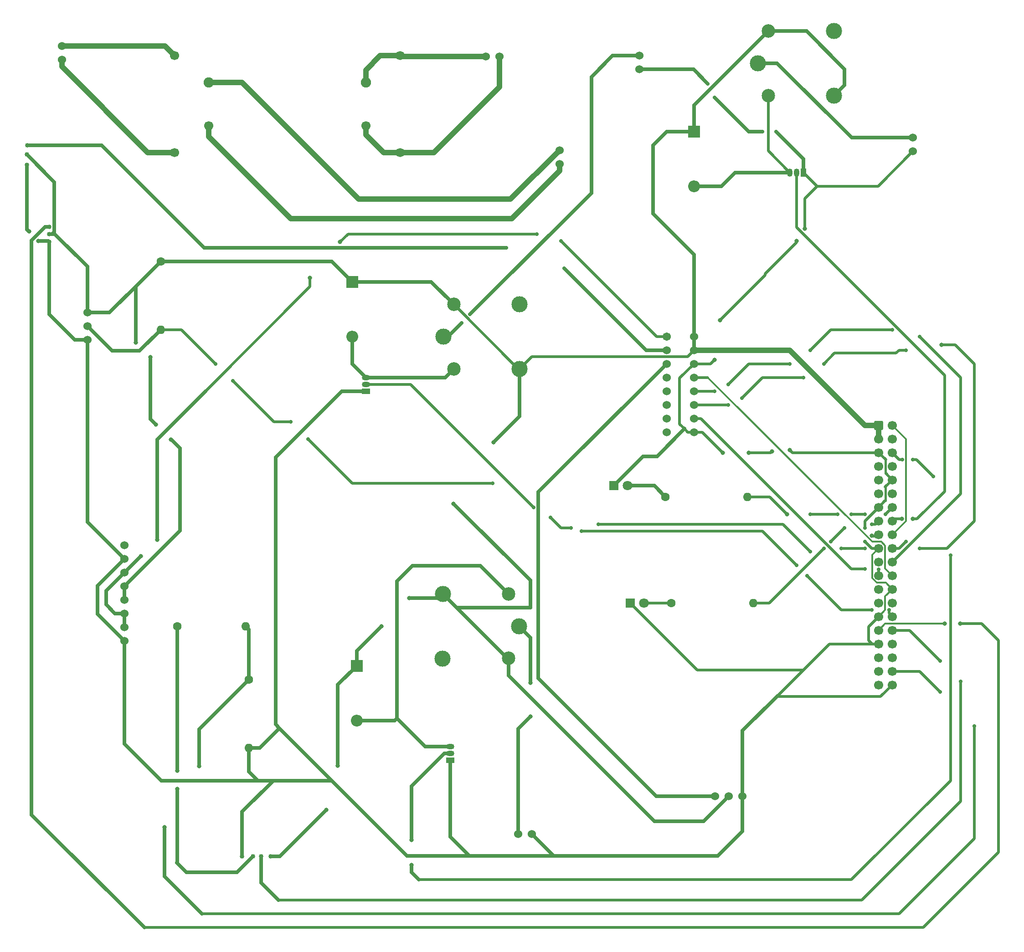
<source format=gbr>
%TF.GenerationSoftware,KiCad,Pcbnew,(6.0.2)*%
%TF.CreationDate,2023-04-19T16:32:00+03:00*%
%TF.ProjectId,Pond_circuit,506f6e64-5f63-4697-9263-7569742e6b69,rev?*%
%TF.SameCoordinates,Original*%
%TF.FileFunction,Copper,L1,Top*%
%TF.FilePolarity,Positive*%
%FSLAX46Y46*%
G04 Gerber Fmt 4.6, Leading zero omitted, Abs format (unit mm)*
G04 Created by KiCad (PCBNEW (6.0.2)) date 2023-04-19 16:32:00*
%MOMM*%
%LPD*%
G01*
G04 APERTURE LIST*
G04 Aperture macros list*
%AMRoundRect*
0 Rectangle with rounded corners*
0 $1 Rounding radius*
0 $2 $3 $4 $5 $6 $7 $8 $9 X,Y pos of 4 corners*
0 Add a 4 corners polygon primitive as box body*
4,1,4,$2,$3,$4,$5,$6,$7,$8,$9,$2,$3,0*
0 Add four circle primitives for the rounded corners*
1,1,$1+$1,$2,$3*
1,1,$1+$1,$4,$5*
1,1,$1+$1,$6,$7*
1,1,$1+$1,$8,$9*
0 Add four rect primitives between the rounded corners*
20,1,$1+$1,$2,$3,$4,$5,0*
20,1,$1+$1,$4,$5,$6,$7,0*
20,1,$1+$1,$6,$7,$8,$9,0*
20,1,$1+$1,$8,$9,$2,$3,0*%
G04 Aperture macros list end*
%TA.AperFunction,ComponentPad*%
%ADD10C,1.524000*%
%TD*%
%TA.AperFunction,ComponentPad*%
%ADD11C,1.900000*%
%TD*%
%TA.AperFunction,ComponentPad*%
%ADD12C,1.700000*%
%TD*%
%TA.AperFunction,ComponentPad*%
%ADD13C,3.000000*%
%TD*%
%TA.AperFunction,ComponentPad*%
%ADD14C,2.500000*%
%TD*%
%TA.AperFunction,ComponentPad*%
%ADD15C,1.600000*%
%TD*%
%TA.AperFunction,ComponentPad*%
%ADD16O,1.600000X1.600000*%
%TD*%
%TA.AperFunction,ComponentPad*%
%ADD17R,1.500000X1.050000*%
%TD*%
%TA.AperFunction,ComponentPad*%
%ADD18O,1.500000X1.050000*%
%TD*%
%TA.AperFunction,ComponentPad*%
%ADD19R,1.800000X1.800000*%
%TD*%
%TA.AperFunction,ComponentPad*%
%ADD20C,1.800000*%
%TD*%
%TA.AperFunction,ComponentPad*%
%ADD21RoundRect,0.250000X-0.600000X-0.600000X0.600000X-0.600000X0.600000X0.600000X-0.600000X0.600000X0*%
%TD*%
%TA.AperFunction,ComponentPad*%
%ADD22C,1.546000*%
%TD*%
%TA.AperFunction,ComponentPad*%
%ADD23C,0.850000*%
%TD*%
%TA.AperFunction,ComponentPad*%
%ADD24O,0.850000X0.850000*%
%TD*%
%TA.AperFunction,ComponentPad*%
%ADD25R,2.200000X2.200000*%
%TD*%
%TA.AperFunction,ComponentPad*%
%ADD26O,2.200000X2.200000*%
%TD*%
%TA.AperFunction,ComponentPad*%
%ADD27R,1.050000X1.500000*%
%TD*%
%TA.AperFunction,ComponentPad*%
%ADD28O,1.050000X1.500000*%
%TD*%
%TA.AperFunction,ViaPad*%
%ADD29C,0.800000*%
%TD*%
%TA.AperFunction,ViaPad*%
%ADD30C,0.700000*%
%TD*%
%TA.AperFunction,Conductor*%
%ADD31C,0.700000*%
%TD*%
%TA.AperFunction,Conductor*%
%ADD32C,0.500000*%
%TD*%
%TA.AperFunction,Conductor*%
%ADD33C,1.000000*%
%TD*%
%TA.AperFunction,Conductor*%
%ADD34C,0.300000*%
%TD*%
%TA.AperFunction,Conductor*%
%ADD35C,0.400000*%
%TD*%
G04 APERTURE END LIST*
D10*
%TO.P,J14,1,Pin_1*%
%TO.N,Net-(U2-Pad1)*%
X198501000Y-44119800D03*
%TO.P,J14,2,Pin_2*%
%TO.N,Net-(J14-Pad2)*%
X198501000Y-46659800D03*
%TD*%
D11*
%TO.P,U3,1,Vin_Pos*%
%TO.N,Net-(J9-Pad1)*%
X162560000Y-31560000D03*
D12*
%TO.P,U3,2,Vout_neg*%
%TO.N,Net-(J9-Pad2)*%
X162560000Y-39560000D03*
%TD*%
D13*
%TO.P,K1,1*%
%TO.N,Net-(J8-Pad1)*%
X190973600Y-132638800D03*
D14*
%TO.P,K1,2*%
%TO.N,Net-(D1-Pad2)*%
X189023600Y-126588800D03*
D13*
%TO.P,K1,3*%
%TO.N,+5V*%
X176823600Y-126588800D03*
%TO.P,K1,4*%
%TO.N,unconnected-(K1-Pad4)*%
X176773600Y-138638800D03*
D14*
%TO.P,K1,5*%
%TO.N,+5V*%
X189023600Y-138588800D03*
%TD*%
D15*
%TO.P,R3,1*%
%TO.N,GPIO26*%
X140817600Y-142494000D03*
D16*
%TO.P,R3,2*%
%TO.N,GND*%
X140817600Y-155194000D03*
%TD*%
D17*
%TO.P,Q2,1,E*%
%TO.N,GND*%
X162560000Y-88900000D03*
D18*
%TO.P,Q2,2,B*%
%TO.N,GPIO05*%
X162560000Y-87630000D03*
%TO.P,Q2,3,C*%
%TO.N,Net-(D4-Pad2)*%
X162560000Y-86360000D03*
%TD*%
D10*
%TO.P,J5,1,Pin_1*%
%TO.N,+5V*%
X110794800Y-74320400D03*
%TO.P,J5,2,Pin_2*%
%TO.N,GPIO24*%
X110794800Y-76860400D03*
%TO.P,J5,3,Pin_3*%
%TO.N,GND*%
X110794800Y-79400400D03*
%TD*%
D12*
%TO.P,U1,1,pos_in*%
%TO.N,Net-(J7-Pad2)*%
X127000000Y-44560000D03*
%TO.P,U1,2,po_neg*%
%TO.N,Net-(J7-Pad1)*%
X127000000Y-26560000D03*
%TD*%
D17*
%TO.P,Q1,1,E*%
%TO.N,GND*%
X178210800Y-157530800D03*
D18*
%TO.P,Q1,2,B*%
%TO.N,GPIO3(SDL1)*%
X178210800Y-156260800D03*
%TO.P,Q1,3,C*%
%TO.N,Net-(D1-Pad2)*%
X178210800Y-154990800D03*
%TD*%
D11*
%TO.P,U2,1,Vin_Pos*%
%TO.N,Net-(U2-Pad1)*%
X133350000Y-31560000D03*
D12*
%TO.P,U2,2,Vout_neg*%
%TO.N,Net-(J14-Pad2)*%
X133350000Y-39560000D03*
%TD*%
D19*
%TO.P,D3,1,K*%
%TO.N,GND*%
X211678600Y-128270000D03*
D20*
%TO.P,D3,2,A*%
%TO.N,Net-(D3-Pad2)*%
X214218600Y-128270000D03*
%TD*%
D12*
%TO.P,U4,1,pos_in*%
%TO.N,Net-(J9-Pad1)*%
X168910000Y-26560000D03*
%TO.P,U4,2,po_neg*%
%TO.N,Net-(J9-Pad2)*%
X168910000Y-44560000D03*
%TD*%
D21*
%TO.P,J12,1,Pin_1*%
%TO.N,+5V*%
X257810000Y-95250000D03*
D12*
%TO.P,J12,2,Pin_2*%
%TO.N,+3V3*%
X260350000Y-95250000D03*
%TO.P,J12,3,Pin_3*%
%TO.N,+5V*%
X257810000Y-97790000D03*
%TO.P,J12,4,Pin_4*%
%TO.N,unconnected-(J12-Pad4)*%
X260350000Y-97790000D03*
%TO.P,J12,5,Pin_5*%
%TO.N,GND*%
X257810000Y-100330000D03*
%TO.P,J12,6,Pin_6*%
%TO.N,GPIO3(SDL1)*%
X260350000Y-100330000D03*
%TO.P,J12,7,Pin_7*%
%TO.N,unconnected-(J12-Pad7)*%
X257810000Y-102870000D03*
%TO.P,J12,8,Pin_8*%
%TO.N,unconnected-(J12-Pad8)*%
X260350000Y-102870000D03*
%TO.P,J12,9,Pin_9*%
%TO.N,unconnected-(J12-Pad9)*%
X257810000Y-105410000D03*
%TO.P,J12,10,Pin_10*%
%TO.N,GND*%
X260350000Y-105410000D03*
%TO.P,J12,11,Pin_11*%
%TO.N,unconnected-(J12-Pad11)*%
X257810000Y-107950000D03*
%TO.P,J12,12,Pin_12*%
%TO.N,unconnected-(J12-Pad12)*%
X260350000Y-107950000D03*
%TO.P,J12,13,Pin_13*%
%TO.N,GND*%
X257810000Y-110490000D03*
%TO.P,J12,14,Pin_14*%
%TO.N,GPIO27*%
X260350000Y-110490000D03*
%TO.P,J12,15,Pin_15*%
%TO.N,GPIO23*%
X257810000Y-113030000D03*
%TO.P,J12,16,Pin_16*%
%TO.N,GPIO22*%
X260350000Y-113030000D03*
%TO.P,J12,17,Pin_17*%
%TO.N,GPIO24*%
X257810000Y-115570000D03*
%TO.P,J12,18,Pin_18*%
%TO.N,+3V3*%
X260350000Y-115570000D03*
%TO.P,J12,19,Pin_19*%
%TO.N,GND*%
X257810000Y-118110000D03*
%TO.P,J12,20,Pin_20*%
%TO.N,GPIO10(SPI0_MOSI)*%
X260350000Y-118110000D03*
%TO.P,J12,21,Pin_21*%
%TO.N,unconnected-(J12-Pad21)*%
X257810000Y-120650000D03*
%TO.P,J12,22,Pin_22*%
%TO.N,GPIO9(SPI0_MISO)*%
X260350000Y-120650000D03*
%TO.P,J12,23,Pin_23*%
%TO.N,GPIO08(SPI0_CE0_N)*%
X257810000Y-123190000D03*
%TO.P,J12,24,Pin_24*%
%TO.N,GPIO11(SPI0_CLK)*%
X260350000Y-123190000D03*
%TO.P,J12,25,Pin_25*%
%TO.N,unconnected-(J12-Pad25)*%
X257810000Y-125730000D03*
%TO.P,J12,26,Pin_26*%
%TO.N,GND*%
X260350000Y-125730000D03*
%TO.P,J12,27,Pin_27*%
%TO.N,unconnected-(J12-Pad27)*%
X257810000Y-128270000D03*
%TO.P,J12,28,Pin_28*%
%TO.N,unconnected-(J12-Pad28)*%
X260350000Y-128270000D03*
%TO.P,J12,29,Pin_29*%
%TO.N,GND*%
X257810000Y-130810000D03*
%TO.P,J12,30,Pin_30*%
%TO.N,GPIO05*%
X260350000Y-130810000D03*
%TO.P,J12,31,Pin_31*%
%TO.N,GPIO12(PWM0)*%
X257810000Y-133350000D03*
%TO.P,J12,32,Pin_32*%
%TO.N,GPIO06*%
X260350000Y-133350000D03*
%TO.P,J12,33,Pin_33*%
%TO.N,GND*%
X257810000Y-135890000D03*
%TO.P,J12,34,Pin_34*%
%TO.N,unconnected-(J12-Pad34)*%
X260350000Y-135890000D03*
%TO.P,J12,35,Pin_35*%
%TO.N,unconnected-(J12-Pad35)*%
X257810000Y-138430000D03*
%TO.P,J12,36,Pin_36*%
%TO.N,unconnected-(J12-Pad36)*%
X260350000Y-138430000D03*
%TO.P,J12,37,Pin_37*%
%TO.N,unconnected-(J12-Pad37)*%
X257810000Y-140970000D03*
%TO.P,J12,38,Pin_38*%
%TO.N,GPIO26*%
X260350000Y-140970000D03*
%TO.P,J12,39,Pin_39*%
%TO.N,unconnected-(J12-Pad39)*%
X257810000Y-143510000D03*
%TO.P,J12,40,Pin_40*%
%TO.N,GND*%
X260350000Y-143510000D03*
%TD*%
D15*
%TO.P,R5,1*%
%TO.N,Net-(D3-Pad2)*%
X219303600Y-128320800D03*
D16*
%TO.P,R5,2*%
%TO.N,GPIO23*%
X234543600Y-128320800D03*
%TD*%
D10*
%TO.P,J11,1,Pin_1*%
%TO.N,TDS_MOTORPIN*%
X213360000Y-26575000D03*
%TO.P,J11,2,Pin_2*%
%TO.N,GND*%
X213360000Y-29115000D03*
%TD*%
D15*
%TO.P,R1,1*%
%TO.N,+5V*%
X124460000Y-64770000D03*
D16*
%TO.P,R1,2*%
%TO.N,GPIO24*%
X124460000Y-77470000D03*
%TD*%
D10*
%TO.P,J10,1,Pin_1*%
%TO.N,VALUE_PH*%
X227431600Y-164185600D03*
%TO.P,J10,2,Pin_2*%
%TO.N,+5V*%
X229971600Y-164185600D03*
%TO.P,J10,3,Pin_3*%
%TO.N,GND*%
X232511600Y-164185600D03*
%TD*%
D14*
%TO.P,K3,5*%
%TO.N,+5V*%
X237290000Y-21990000D03*
D13*
%TO.P,K3,4*%
%TO.N,unconnected-(K3-Pad4)*%
X249540000Y-21940000D03*
%TO.P,K3,3*%
%TO.N,+5V*%
X249490000Y-33990000D03*
D14*
%TO.P,K3,2*%
%TO.N,Net-(D5-Pad2)*%
X237290000Y-33990000D03*
D13*
%TO.P,K3,1*%
%TO.N,Net-(J13-Pad1)*%
X235340000Y-27940000D03*
%TD*%
D10*
%TO.P,J7,1,Pin_1*%
%TO.N,Net-(J7-Pad1)*%
X106045000Y-24765000D03*
%TO.P,J7,2,Pin_2*%
%TO.N,Net-(J7-Pad2)*%
X106045000Y-27305000D03*
%TD*%
D22*
%TO.P,J6,1,Pin_1a*%
%TO.N,Net-(J4-Pad3)*%
X218440000Y-78740000D03*
D10*
%TO.P,J6,2,Pin_2a*%
%TO.N,VALUE_DO*%
X218440000Y-81280000D03*
%TO.P,J6,3,Pin_3a*%
%TO.N,VALUE_PH*%
X218440000Y-83820000D03*
%TO.P,J6,4,Pin_4a*%
%TO.N,unconnected-(J6-Pad4)*%
X218440000Y-86360000D03*
%TO.P,J6,5,Pin_5a*%
%TO.N,unconnected-(J6-Pad5)*%
X218440000Y-88900000D03*
%TO.P,J6,6,Pin_6a*%
%TO.N,unconnected-(J6-Pad6)*%
X218440000Y-91440000D03*
%TO.P,J6,7,Pin_7a*%
%TO.N,unconnected-(J6-Pad7)*%
X218440000Y-93980000D03*
%TO.P,J6,8,Pin_8a*%
%TO.N,unconnected-(J6-Pad8)*%
X218440000Y-96520000D03*
%TO.P,J6,9,Pin_8b*%
%TO.N,GND*%
X223520000Y-96520000D03*
%TO.P,J6,10,Pin_7b*%
%TO.N,GPIO08(SPI0_CE0_N)*%
X223520000Y-93980000D03*
%TO.P,J6,11,Pin_6b*%
%TO.N,GPIO10(SPI0_MOSI)*%
X223520000Y-91440000D03*
%TO.P,J6,12,Pin_5b*%
%TO.N,GPIO9(SPI0_MISO)*%
X223520000Y-88900000D03*
%TO.P,J6,13,Pin_4b*%
%TO.N,GPIO11(SPI0_CLK)*%
X223520000Y-86360000D03*
%TO.P,J6,14,Pin_3b*%
%TO.N,GND*%
X223520000Y-83820000D03*
%TO.P,J6,15,Pin_2b*%
%TO.N,+5V*%
X223520000Y-81280000D03*
%TO.P,J6,16,Pin_1b*%
X223520000Y-78740000D03*
%TD*%
D23*
%TO.P,J3,1,Pin_1*%
%TO.N,GND*%
X99568000Y-46888400D03*
D24*
%TO.P,J3,2,Pin_2*%
%TO.N,+5V*%
X99517200Y-44907200D03*
%TO.P,J3,3,Pin_3*%
%TO.N,VALUE_DO*%
X99618800Y-43180000D03*
%TD*%
D10*
%TO.P,J13,1,Pin_1*%
%TO.N,Net-(J13-Pad1)*%
X264160000Y-41815000D03*
%TO.P,J13,2,Pin_2*%
%TO.N,GND*%
X264160000Y-44355000D03*
%TD*%
D25*
%TO.P,D5,1,K*%
%TO.N,+5V*%
X223520000Y-40640000D03*
D26*
%TO.P,D5,2,A*%
%TO.N,Net-(D5-Pad2)*%
X223520000Y-50800000D03*
%TD*%
D10*
%TO.P,J4,1,Pin_1*%
%TO.N,unconnected-(J4-Pad1)*%
X117652800Y-117551200D03*
%TO.P,J4,2,Pin_2*%
%TO.N,GND*%
X117652800Y-120091200D03*
%TO.P,J4,3,Pin_3*%
%TO.N,Net-(J4-Pad3)*%
X117652800Y-122631200D03*
%TO.P,J4,4,Pin_4*%
%TO.N,+5V*%
X117652800Y-125171200D03*
%TO.P,J4,5,Pin_5*%
X117652800Y-127711200D03*
%TO.P,J4,6,Pin_6*%
%TO.N,Net-(J4-Pad3)*%
X117652800Y-130251200D03*
%TO.P,J4,7,Pin_7*%
X117652800Y-132791200D03*
%TO.P,J4,8,Pin_8*%
%TO.N,GND*%
X117652800Y-135331200D03*
%TD*%
D25*
%TO.P,D4,1,K*%
%TO.N,+5V*%
X160020000Y-68580000D03*
D26*
%TO.P,D4,2,A*%
%TO.N,Net-(D4-Pad2)*%
X160020000Y-78740000D03*
%TD*%
D13*
%TO.P,K2,1*%
%TO.N,TDS_MOTORPIN*%
X176920000Y-78740000D03*
D14*
%TO.P,K2,2*%
%TO.N,Net-(D4-Pad2)*%
X178870000Y-84790000D03*
D13*
%TO.P,K2,3*%
%TO.N,+5V*%
X191070000Y-84790000D03*
%TO.P,K2,4*%
%TO.N,unconnected-(K2-Pad4)*%
X191120000Y-72740000D03*
D14*
%TO.P,K2,5*%
%TO.N,+5V*%
X178870000Y-72790000D03*
%TD*%
D23*
%TO.P,J1,1,Pin_1*%
%TO.N,GPIO12(PWM0)*%
X103682800Y-58369200D03*
D24*
%TO.P,J1,2,Pin_2*%
%TO.N,+5V*%
X103682800Y-59690000D03*
%TO.P,J1,3,Pin_3*%
%TO.N,GND*%
X103682800Y-61163200D03*
%TD*%
D19*
%TO.P,D2,1,K*%
%TO.N,GND*%
X208579800Y-106476800D03*
D20*
%TO.P,D2,2,A*%
%TO.N,Net-(D2-Pad2)*%
X211119800Y-106476800D03*
%TD*%
D27*
%TO.P,Q3,1,E*%
%TO.N,GND*%
X243840000Y-48260000D03*
D28*
%TO.P,Q3,2,B*%
%TO.N,GPIO22*%
X242570000Y-48260000D03*
%TO.P,Q3,3,C*%
%TO.N,Net-(D5-Pad2)*%
X241300000Y-48260000D03*
%TD*%
D15*
%TO.P,R4,1*%
%TO.N,Net-(D2-Pad2)*%
X218186000Y-108559600D03*
D16*
%TO.P,R4,2*%
%TO.N,GPIO27*%
X233426000Y-108559600D03*
%TD*%
D10*
%TO.P,J8,1,Pin_1*%
%TO.N,Net-(J8-Pad1)*%
X190855600Y-171246800D03*
%TO.P,J8,2,Pin_2*%
%TO.N,GND*%
X193395600Y-171246800D03*
%TD*%
D15*
%TO.P,R2,1*%
%TO.N,Echo_Pin*%
X127457200Y-132588000D03*
D16*
%TO.P,R2,2*%
%TO.N,GPIO26*%
X140157200Y-132588000D03*
%TD*%
D25*
%TO.P,D1,1,K*%
%TO.N,+5V*%
X160832800Y-139954000D03*
D26*
%TO.P,D1,2,A*%
%TO.N,Net-(D1-Pad2)*%
X160832800Y-150114000D03*
%TD*%
D23*
%TO.P,J2,1,Pin_1*%
%TO.N,+5V*%
X144856200Y-175361600D03*
D24*
%TO.P,J2,2,Pin_2*%
%TO.N,GPIO06*%
X143078200Y-175361600D03*
%TO.P,J2,3,Pin_3*%
%TO.N,Echo_Pin*%
X141554200Y-175361600D03*
%TO.P,J2,4,Pin_4*%
%TO.N,GND*%
X139522200Y-175361600D03*
%TD*%
D10*
%TO.P,J9,1,Pin_1*%
%TO.N,Net-(J9-Pad1)*%
X184785000Y-26670000D03*
%TO.P,J9,2,Pin_2*%
%TO.N,Net-(J9-Pad2)*%
X187325000Y-26670000D03*
%TD*%
D29*
%TO.N,+5V*%
X170586400Y-127406400D03*
X123494800Y-95097600D03*
X165404800Y-132638800D03*
X157327600Y-158496000D03*
X155194000Y-166725600D03*
X186232800Y-98399600D03*
X119786400Y-79857600D03*
X126288800Y-97891600D03*
X122529600Y-82600800D03*
X178816000Y-109829600D03*
%TO.N,GND*%
X241300000Y-99822000D03*
D30*
X227330000Y-34290000D03*
D29*
X244094000Y-58674000D03*
X99949000Y-59232800D03*
X101687198Y-60996398D03*
D30*
X255270000Y-116840000D03*
D29*
X242570000Y-60960000D03*
X228854000Y-100330000D03*
X233680000Y-100330000D03*
D30*
X236220000Y-40640000D03*
X255270000Y-114300000D03*
X238760000Y-40640000D03*
D29*
X227330000Y-83058000D03*
X228346000Y-75692000D03*
D30*
X226060000Y-31750000D03*
D29*
X237998000Y-100076000D03*
%TO.N,GPIO12(PWM0)*%
X270052800Y-132080000D03*
X272948400Y-132080000D03*
D30*
%TO.N,GPIO06*%
X269240000Y-139065000D03*
X273050000Y-142875000D03*
D29*
%TO.N,Echo_Pin*%
X127457200Y-159461200D03*
X127457200Y-162864800D03*
D30*
%TO.N,VALUE_DO*%
X199390000Y-66040000D03*
X188595000Y-62230000D03*
D29*
%TO.N,Net-(J4-Pad3)*%
X123748800Y-116535200D03*
D30*
X194310000Y-59690000D03*
D29*
X152120600Y-67868800D03*
D30*
X198755000Y-60960000D03*
D29*
X157734000Y-61163200D03*
X120700800Y-119583200D03*
D30*
%TO.N,GPIO24*%
X205740000Y-113665000D03*
D29*
X256561977Y-115802023D03*
D30*
X245110000Y-118745000D03*
X250825000Y-118110000D03*
X151765000Y-97790000D03*
X148590000Y-94615000D03*
X186055000Y-106045000D03*
X255270000Y-118110000D03*
X137795000Y-86995000D03*
X134620000Y-83820000D03*
%TO.N,GPIO08(SPI0_CE0_N)*%
X255270000Y-121920000D03*
X257810000Y-122049503D03*
D29*
%TO.N,GPIO10(SPI0_MOSI)*%
X269494000Y-80264000D03*
D30*
X232410000Y-90170000D03*
X262890000Y-116840000D03*
X243840000Y-86360000D03*
X262890000Y-81280000D03*
X229870000Y-91440000D03*
X265430000Y-118110000D03*
X247650000Y-83820000D03*
%TO.N,GPIO9(SPI0_MISO)*%
X260350000Y-77470000D03*
X241300000Y-83820000D03*
X265430000Y-78740000D03*
X245110000Y-81280000D03*
X227330000Y-88900000D03*
X229870000Y-87630000D03*
D29*
%TO.N,Net-(J8-Pad1)*%
X193141600Y-149352000D03*
X193090800Y-143154400D03*
D30*
%TO.N,TDS_MOTORPIN*%
X181875332Y-74664668D03*
X180340000Y-76200000D03*
%TO.N,GPIO3(SDL1)*%
X262190500Y-101600000D03*
D29*
X171043600Y-172313600D03*
D30*
X271145000Y-119380000D03*
X267970000Y-104775000D03*
D29*
X170992800Y-176987200D03*
D30*
X264160000Y-101600000D03*
%TO.N,GPIO27*%
X245110000Y-111760000D03*
X250190000Y-111760000D03*
X252730000Y-111760000D03*
X259080000Y-111760000D03*
X255270000Y-111760000D03*
D29*
X240792000Y-111760000D03*
D30*
%TO.N,GPIO23*%
X256540000Y-113665000D03*
X247650000Y-118110000D03*
X251460000Y-114300000D03*
X248920000Y-116840000D03*
D29*
%TO.N,GPIO22*%
X262128000Y-112674400D03*
X264160000Y-112674400D03*
D30*
%TO.N,GPIO05*%
X259715000Y-129540000D03*
X200660000Y-114300000D03*
X202565000Y-114935000D03*
X242570000Y-121285000D03*
X244475000Y-123190000D03*
X196850000Y-112395000D03*
X256540000Y-129540000D03*
X193675000Y-110490000D03*
D29*
%TO.N,GPIO26*%
X125120400Y-169976800D03*
D30*
X269240000Y-144780000D03*
D29*
X131521200Y-158597600D03*
D30*
X275590000Y-151130000D03*
%TD*%
D31*
%TO.N,+5V*%
X244392400Y-21990000D02*
X251460000Y-29057600D01*
X251460000Y-32020000D02*
X249490000Y-33990000D01*
X237290000Y-21990000D02*
X244392400Y-21990000D01*
X251460000Y-29057600D02*
X251460000Y-32020000D01*
%TO.N,Net-(J13-Pad1)*%
X238887000Y-27940000D02*
X235340000Y-27940000D01*
X264160000Y-41815000D02*
X252762000Y-41815000D01*
X252762000Y-41815000D02*
X238887000Y-27940000D01*
D32*
%TO.N,GND*%
X236728000Y-67056000D02*
X242570000Y-61214000D01*
X236728000Y-67310000D02*
X236728000Y-67056000D01*
X228346000Y-75692000D02*
X236728000Y-67310000D01*
D33*
%TO.N,Net-(U2-Pad1)*%
X139535400Y-31560000D02*
X161188400Y-53213000D01*
X189407800Y-53213000D02*
X198501000Y-44119800D01*
X133350000Y-31560000D02*
X139535400Y-31560000D01*
X161188400Y-53213000D02*
X189407800Y-53213000D01*
%TO.N,Net-(J14-Pad2)*%
X198501000Y-47980600D02*
X198501000Y-46659800D01*
X189661800Y-56819800D02*
X198501000Y-47980600D01*
X133350000Y-41579800D02*
X148590000Y-56819800D01*
X148590000Y-56819800D02*
X189661800Y-56819800D01*
X133350000Y-39560000D02*
X133350000Y-41579800D01*
D32*
%TO.N,+5V*%
X193368489Y-82491511D02*
X222308489Y-82491511D01*
D31*
X127000000Y-98501200D02*
X126390400Y-97891600D01*
X117652800Y-125171200D02*
X117652800Y-127711200D01*
X218440000Y-40640000D02*
X223520000Y-40640000D01*
X191070000Y-84790000D02*
X191070000Y-93562400D01*
X191070000Y-93562400D02*
X186232800Y-98399600D01*
X223520000Y-78740000D02*
X223520000Y-81280000D01*
X126390400Y-97891600D02*
X126288800Y-97891600D01*
X174660000Y-68580000D02*
X178870000Y-72790000D01*
D32*
X191070000Y-84790000D02*
X193368489Y-82491511D01*
D31*
X104657311Y-59316529D02*
X104283840Y-59690000D01*
X160020000Y-68580000D02*
X174660000Y-68580000D01*
X225298000Y-168859200D02*
X216154000Y-168859200D01*
X110794800Y-65735200D02*
X110794800Y-74320400D01*
X170586400Y-127406400D02*
X176006000Y-127406400D01*
X215900000Y-43180000D02*
X218440000Y-40640000D01*
X110794800Y-74320400D02*
X114909600Y-74320400D01*
D32*
X120065800Y-69164200D02*
X119786400Y-69443600D01*
D31*
X215900000Y-55880000D02*
X215900000Y-43180000D01*
D33*
X257810000Y-95250000D02*
X257810000Y-97790000D01*
D31*
X178816000Y-109829600D02*
X193090800Y-124104400D01*
X176006000Y-127406400D02*
X176823600Y-126588800D01*
D32*
X223520000Y-35760000D02*
X223520000Y-35966400D01*
D31*
X157327600Y-143459200D02*
X157327600Y-158496000D01*
X103682800Y-59690000D02*
X104749600Y-59690000D01*
X189023600Y-138588800D02*
X189023600Y-141728800D01*
X156210000Y-64770000D02*
X160020000Y-68580000D01*
X189023600Y-141728800D02*
X216154000Y-168859200D01*
X237290000Y-21990000D02*
X223520000Y-35760000D01*
X160832800Y-137210800D02*
X165404800Y-132638800D01*
D32*
X222308489Y-82491511D02*
X223520000Y-81280000D01*
D31*
X160832800Y-139954000D02*
X160832800Y-137210800D01*
X119786400Y-79857600D02*
X119786400Y-70205600D01*
X114909600Y-74320400D02*
X120065800Y-69164200D01*
D32*
X179368400Y-129133600D02*
X176823600Y-126588800D01*
D31*
X223520000Y-35966400D02*
X223520000Y-40640000D01*
X160832800Y-139954000D02*
X157327600Y-143459200D01*
X99517200Y-44907200D02*
X104657311Y-50047311D01*
X155194000Y-166725600D02*
X146558000Y-175361600D01*
X176823600Y-126588800D02*
X188823600Y-138588800D01*
X128016000Y-99517200D02*
X127000000Y-98501200D01*
X123494800Y-95097600D02*
X122529600Y-94132400D01*
D32*
X223520000Y-35560000D02*
X223520000Y-35966400D01*
D31*
X122529600Y-94132400D02*
X122529600Y-82600800D01*
X124460000Y-64770000D02*
X120065800Y-69164200D01*
X193090800Y-129133600D02*
X179368400Y-129133600D01*
X229971600Y-164185600D02*
X225298000Y-168859200D01*
X128016000Y-100482400D02*
X128016000Y-99517200D01*
X128016000Y-114808000D02*
X128016000Y-100482400D01*
X117652800Y-125171200D02*
X128016000Y-114808000D01*
D32*
X119786400Y-69443600D02*
X119786400Y-70205600D01*
D31*
X223520000Y-78740000D02*
X223520000Y-63500000D01*
D33*
X255270000Y-95250000D02*
X257810000Y-95250000D01*
D31*
X193090800Y-124104400D02*
X193090800Y-129133600D01*
D32*
X178870000Y-72790000D02*
X190870000Y-84790000D01*
D31*
X104283840Y-59690000D02*
X103682800Y-59690000D01*
D33*
X223520000Y-81280000D02*
X241300000Y-81280000D01*
D31*
X124460000Y-64770000D02*
X156210000Y-64770000D01*
X146558000Y-175361600D02*
X144856200Y-175361600D01*
X104749600Y-59690000D02*
X110794800Y-65735200D01*
X104657311Y-50047311D02*
X104657311Y-59316529D01*
D33*
X241300000Y-81280000D02*
X255270000Y-95250000D01*
D31*
X188823600Y-138588800D02*
X189023600Y-138588800D01*
D32*
X190870000Y-84790000D02*
X191070000Y-84790000D01*
D31*
X223520000Y-63500000D02*
X215900000Y-55880000D01*
X119786400Y-70205600D02*
X119786400Y-69799200D01*
%TO.N,Net-(D1-Pad2)*%
X168300400Y-149707600D02*
X173583600Y-154990800D01*
X168300400Y-124256800D02*
X168300400Y-149707600D01*
X189023600Y-126588800D02*
X183796000Y-121361200D01*
X173583600Y-154990800D02*
X178210800Y-154990800D01*
X183796000Y-121361200D02*
X171196000Y-121361200D01*
X160832800Y-150114000D02*
X167894000Y-150114000D01*
X171196000Y-121361200D02*
X168300400Y-124256800D01*
X167894000Y-150114000D02*
X168300400Y-149707600D01*
D32*
%TO.N,GND*%
X241300000Y-99822000D02*
X241808000Y-100330000D01*
D31*
X142494000Y-161290000D02*
X145338800Y-161290000D01*
X103682800Y-61163200D02*
X103682800Y-74625200D01*
D34*
X257810000Y-118110000D02*
X256610489Y-119309511D01*
D32*
X244094000Y-58674000D02*
X244094000Y-53086000D01*
D31*
X101687198Y-60996398D02*
X103515998Y-60996398D01*
D32*
X223520000Y-83820000D02*
X220827600Y-86512400D01*
X222351600Y-96520000D02*
X223520000Y-96520000D01*
D31*
X145745200Y-150825200D02*
X145745200Y-108102400D01*
X243840000Y-45720000D02*
X243840000Y-48260000D01*
D32*
X223520000Y-96520000D02*
X225044000Y-96520000D01*
X220827600Y-94996000D02*
X221742000Y-95910400D01*
D31*
X223425000Y-29115000D02*
X226060000Y-31750000D01*
D32*
X264160000Y-44355000D02*
X257715000Y-50800000D01*
D31*
X99568000Y-58851800D02*
X99949000Y-59232800D01*
X112674400Y-130352800D02*
X117652800Y-135331200D01*
D32*
X225044000Y-96520000D02*
X228854000Y-100330000D01*
X239115600Y-145694400D02*
X238988600Y-145567400D01*
D31*
X146481800Y-151561800D02*
X145745200Y-150825200D01*
X213360000Y-29115000D02*
X217075000Y-29115000D01*
D32*
X220827600Y-86512400D02*
X220827600Y-94996000D01*
D31*
X139522200Y-167106600D02*
X145338800Y-161290000D01*
D34*
X257454123Y-124530489D02*
X259150489Y-124530489D01*
D32*
X255930400Y-135229600D02*
X256590800Y-135890000D01*
D31*
X140817600Y-161290000D02*
X142494000Y-161290000D01*
X208579800Y-106476800D02*
X214015400Y-101041200D01*
X233680000Y-40640000D02*
X236220000Y-40640000D01*
X178210800Y-157530800D02*
X178210800Y-171708400D01*
X145745200Y-101193600D02*
X145745200Y-108102400D01*
D34*
X242570000Y-61214000D02*
X242570000Y-60960000D01*
D31*
X197408800Y-175260000D02*
X227939600Y-175260000D01*
X170180000Y-175260000D02*
X156819600Y-161899600D01*
X170180000Y-175260000D02*
X181762400Y-175260000D01*
D32*
X257810000Y-130810000D02*
X255930400Y-132689600D01*
D31*
X110794800Y-79400400D02*
X110794800Y-113233200D01*
X99568000Y-46888400D02*
X99568000Y-58851800D01*
X103682800Y-74625200D02*
X108458000Y-79400400D01*
D32*
X255270000Y-114300000D02*
X255270000Y-113030000D01*
D35*
X259080000Y-106750489D02*
X259080000Y-109290489D01*
D32*
X260350000Y-143510000D02*
X258165600Y-145694400D01*
D34*
X259009511Y-127070489D02*
X259009511Y-129610489D01*
D31*
X142849600Y-155194000D02*
X146481800Y-151561800D01*
X181762400Y-175260000D02*
X197408800Y-175260000D01*
X140817600Y-155194000D02*
X140817600Y-159613600D01*
D34*
X256590800Y-135890000D02*
X257810000Y-135890000D01*
D31*
X193395600Y-171246800D02*
X197408800Y-175260000D01*
X117652800Y-154432000D02*
X124510800Y-161290000D01*
X232511600Y-170688000D02*
X232511600Y-164185600D01*
D34*
X237744000Y-100330000D02*
X237998000Y-100076000D01*
D32*
X244094000Y-53086000D02*
X246380000Y-50800000D01*
D31*
X156210000Y-161290000D02*
X156819600Y-161899600D01*
X124510800Y-161290000D02*
X140817600Y-161290000D01*
X227330000Y-34290000D02*
X233680000Y-40640000D01*
D32*
X255930400Y-132689600D02*
X255930400Y-135229600D01*
D34*
X259150489Y-124530489D02*
X260350000Y-125730000D01*
D31*
X227939600Y-175260000D02*
X232511600Y-170688000D01*
D32*
X257715000Y-50800000D02*
X246380000Y-50800000D01*
D31*
X162560000Y-88900000D02*
X158038800Y-88900000D01*
X158038800Y-88900000D02*
X145745200Y-101193600D01*
X140817600Y-155194000D02*
X142849600Y-155194000D01*
X140817600Y-159613600D02*
X142494000Y-161290000D01*
D32*
X211678600Y-128270000D02*
X224124600Y-140716000D01*
D31*
X222790000Y-29115000D02*
X223425000Y-29115000D01*
D32*
X256540000Y-118110000D02*
X255270000Y-116840000D01*
D31*
X156819600Y-161899600D02*
X146481800Y-151561800D01*
D32*
X259150489Y-104210489D02*
X260350000Y-105410000D01*
D34*
X256610489Y-123686855D02*
X257454123Y-124530489D01*
D31*
X139522200Y-175361600D02*
X139522200Y-167106600D01*
D32*
X258165600Y-145694400D02*
X239115600Y-145694400D01*
D31*
X216611200Y-101041200D02*
X221742000Y-95910400D01*
D32*
X246380000Y-50800000D02*
X243840000Y-48260000D01*
X221742000Y-95910400D02*
X222351600Y-96520000D01*
D31*
X117652800Y-120091200D02*
X112674400Y-125069600D01*
D32*
X259009511Y-109290489D02*
X257810000Y-110490000D01*
X224124600Y-140716000D02*
X243840000Y-140716000D01*
X248666000Y-135890000D02*
X257810000Y-135890000D01*
D31*
X217075000Y-29115000D02*
X222790000Y-29115000D01*
X145338800Y-161290000D02*
X156210000Y-161290000D01*
X117652800Y-135331200D02*
X117652800Y-154432000D01*
D32*
X260350000Y-105410000D02*
X259009511Y-106750489D01*
D31*
X238760000Y-40640000D02*
X243840000Y-45720000D01*
D34*
X260350000Y-125730000D02*
X259009511Y-127070489D01*
D31*
X232511600Y-164185600D02*
X232511600Y-152044400D01*
D32*
X255270000Y-113030000D02*
X257810000Y-110490000D01*
D31*
X178210800Y-171708400D02*
X181762400Y-175260000D01*
D32*
X226568000Y-83820000D02*
X227330000Y-83058000D01*
D31*
X232511600Y-152044400D02*
X238988600Y-145567400D01*
D32*
X233680000Y-100330000D02*
X237744000Y-100330000D01*
D31*
X112674400Y-125069600D02*
X112674400Y-130352800D01*
X214015400Y-101041200D02*
X216611200Y-101041200D01*
X110794800Y-113233200D02*
X117652800Y-120091200D01*
D34*
X256610489Y-119309511D02*
X256610489Y-123686855D01*
D32*
X257810000Y-100330000D02*
X259150489Y-101670489D01*
X223520000Y-83820000D02*
X226568000Y-83820000D01*
X257810000Y-118110000D02*
X256540000Y-118110000D01*
X241808000Y-100330000D02*
X257810000Y-100330000D01*
X243840000Y-140716000D02*
X248666000Y-135890000D01*
D31*
X103515998Y-60996398D02*
X103682800Y-61163200D01*
X108458000Y-79400400D02*
X110794800Y-79400400D01*
D35*
X259080000Y-101650800D02*
X259080000Y-104190800D01*
D32*
X238988600Y-145567400D02*
X243840000Y-140716000D01*
D34*
X259009511Y-129610489D02*
X257810000Y-130810000D01*
D31*
%TO.N,Net-(D2-Pad2)*%
X216103200Y-106476800D02*
X218186000Y-108559600D01*
X211119800Y-106476800D02*
X216103200Y-106476800D01*
D32*
%TO.N,Net-(D3-Pad2)*%
X219252800Y-128270000D02*
X219303600Y-128320800D01*
X214218600Y-128270000D02*
X219252800Y-128270000D01*
D31*
%TO.N,Net-(D4-Pad2)*%
X160020000Y-83820000D02*
X162560000Y-86360000D01*
X160020000Y-78740000D02*
X160020000Y-83820000D01*
X162560000Y-86360000D02*
X177300000Y-86360000D01*
X177300000Y-86360000D02*
X178870000Y-84790000D01*
%TO.N,Net-(D5-Pad2)*%
X223520000Y-50800000D02*
X228600000Y-50800000D01*
D32*
X237290000Y-44250000D02*
X241300000Y-48260000D01*
D31*
X228600000Y-50800000D02*
X231140000Y-48260000D01*
X231140000Y-48260000D02*
X241300000Y-48260000D01*
D32*
X237290000Y-33990000D02*
X237290000Y-44250000D01*
D31*
%TO.N,GPIO12(PWM0)*%
X103682800Y-58369200D02*
X102971600Y-58369200D01*
D32*
X121386600Y-188595000D02*
X266065000Y-188595000D01*
X276910800Y-132080000D02*
X272948400Y-132080000D01*
D34*
X259009511Y-132150489D02*
X257810000Y-133350000D01*
D31*
X102971600Y-58369200D02*
X100431600Y-60909200D01*
X100431600Y-167640000D02*
X121386600Y-188595000D01*
D34*
X267899511Y-132150489D02*
X259009511Y-132150489D01*
X270052800Y-132080000D02*
X267970000Y-132080000D01*
D32*
X266065000Y-188595000D02*
X280035000Y-174625000D01*
X280035000Y-135204200D02*
X276910800Y-132080000D01*
X280035000Y-174625000D02*
X280035000Y-135204200D01*
D31*
X100431600Y-60909200D02*
X100431600Y-167640000D01*
D34*
X267970000Y-132080000D02*
X267899511Y-132150489D01*
D32*
%TO.N,GPIO06*%
X146329400Y-183515000D02*
X254635000Y-183515000D01*
X273050000Y-165100000D02*
X273050000Y-142875000D01*
X254635000Y-183515000D02*
X273050000Y-165100000D01*
D31*
X143078200Y-180263800D02*
X146329400Y-183515000D01*
D32*
X269240000Y-139065000D02*
X263525000Y-133350000D01*
X263525000Y-133350000D02*
X260350000Y-133350000D01*
D31*
X143078200Y-175361600D02*
X143078200Y-180263800D01*
%TO.N,Echo_Pin*%
X127457200Y-132588000D02*
X127457200Y-159461200D01*
X138557000Y-178358800D02*
X141554200Y-175361600D01*
X127457200Y-176530000D02*
X127406400Y-176580800D01*
X127457200Y-162864800D02*
X127457200Y-176530000D01*
X127406400Y-176580800D02*
X129184400Y-178358800D01*
X129184400Y-178358800D02*
X138557000Y-178358800D01*
%TO.N,VALUE_DO*%
X113436400Y-43180000D02*
X132486400Y-62230000D01*
X132486400Y-62230000D02*
X188595000Y-62230000D01*
X214630000Y-81280000D02*
X199390000Y-66040000D01*
X218440000Y-81280000D02*
X214630000Y-81280000D01*
X99618800Y-43180000D02*
X113436400Y-43180000D01*
D32*
%TO.N,Net-(J4-Pad3)*%
X152120600Y-69494400D02*
X152120600Y-67868800D01*
X132715000Y-88900000D02*
X152120600Y-69494400D01*
X194310000Y-59690000D02*
X159207200Y-59690000D01*
D31*
X115925600Y-130251200D02*
X117652800Y-130251200D01*
D32*
X159207200Y-59690000D02*
X157734000Y-61163200D01*
X198755000Y-60960000D02*
X216535000Y-78740000D01*
D31*
X123748800Y-97866200D02*
X132715000Y-88900000D01*
D32*
X216535000Y-78740000D02*
X218440000Y-78740000D01*
D31*
X117652800Y-122631200D02*
X120700800Y-119583200D01*
X123748800Y-116535200D02*
X123748800Y-97866200D01*
X114249200Y-126034800D02*
X114249200Y-128574800D01*
X114249200Y-128574800D02*
X115925600Y-130251200D01*
X117652800Y-122631200D02*
X114249200Y-126034800D01*
X117652800Y-130251200D02*
X117652800Y-132791200D01*
D32*
%TO.N,GPIO24*%
X137795000Y-86995000D02*
X145415000Y-94615000D01*
X128270000Y-77470000D02*
X134620000Y-83820000D01*
D31*
X110794800Y-76860400D02*
X115366800Y-81432400D01*
D32*
X257556000Y-115824000D02*
X256540000Y-115824000D01*
D31*
X115366800Y-81432400D02*
X120497600Y-81432400D01*
D32*
X186055000Y-106045000D02*
X160020000Y-106045000D01*
X124460000Y-77470000D02*
X128270000Y-77470000D01*
D31*
X120497600Y-81432400D02*
X124460000Y-77470000D01*
D32*
X256540000Y-115824000D02*
X256561977Y-115802023D01*
X245110000Y-118745000D02*
X240030000Y-113665000D01*
X240030000Y-113665000D02*
X205740000Y-113665000D01*
X160020000Y-106045000D02*
X151765000Y-97790000D01*
X145415000Y-94615000D02*
X148590000Y-94615000D01*
X255270000Y-118110000D02*
X250825000Y-118110000D01*
X257810000Y-115570000D02*
X257556000Y-115824000D01*
D31*
%TO.N,VALUE_PH*%
X194574511Y-107685489D02*
X194574511Y-142301311D01*
X194574511Y-142301311D02*
X216458800Y-164185600D01*
X218440000Y-83820000D02*
X194574511Y-107685489D01*
X216458800Y-164185600D02*
X227431600Y-164185600D01*
D32*
%TO.N,GPIO08(SPI0_CE0_N)*%
X257810000Y-122049503D02*
X257810000Y-123190000D01*
X223520000Y-93980000D02*
X224790000Y-93980000D01*
X252730000Y-121920000D02*
X255270000Y-121920000D01*
X224790000Y-93980000D02*
X252730000Y-121920000D01*
%TO.N,GPIO10(SPI0_MOSI)*%
X262890000Y-116840000D02*
X261620000Y-118110000D01*
X275590000Y-83820000D02*
X272034000Y-80264000D01*
X232410000Y-90170000D02*
X236220000Y-86360000D01*
X265430000Y-118110000D02*
X270510000Y-118110000D01*
X223520000Y-91440000D02*
X228600000Y-91440000D01*
X228600000Y-91440000D02*
X229870000Y-91440000D01*
X261620000Y-118110000D02*
X260350000Y-118110000D01*
X272034000Y-80264000D02*
X269494000Y-80264000D01*
X247650000Y-83820000D02*
X249609511Y-81860489D01*
X261039511Y-81860489D02*
X261620000Y-81280000D01*
X249609511Y-81860489D02*
X261039511Y-81860489D01*
X261620000Y-81280000D02*
X262890000Y-81280000D01*
X270510000Y-118110000D02*
X275590000Y-113030000D01*
X236220000Y-86360000D02*
X243840000Y-86360000D01*
X275590000Y-113030000D02*
X275590000Y-83820000D01*
%TO.N,GPIO9(SPI0_MISO)*%
X229870000Y-87630000D02*
X233680000Y-83820000D01*
X265430000Y-78740000D02*
X273050000Y-86360000D01*
X248920000Y-77470000D02*
X260350000Y-77470000D01*
X223520000Y-88900000D02*
X227330000Y-88900000D01*
X233680000Y-83820000D02*
X241300000Y-83820000D01*
X273050000Y-107950000D02*
X260350000Y-120650000D01*
X245110000Y-81280000D02*
X248920000Y-77470000D01*
X273050000Y-86360000D02*
X273050000Y-107950000D01*
D34*
%TO.N,GPIO11(SPI0_CLK)*%
X260350000Y-123190000D02*
X259009511Y-121849511D01*
X259009511Y-121849511D02*
X259009511Y-117613145D01*
D32*
X226060000Y-86360000D02*
X223520000Y-86360000D01*
D34*
X256610489Y-116910489D02*
X226060000Y-86360000D01*
X259009511Y-117613145D02*
X258306855Y-116910489D01*
X258306855Y-116910489D02*
X256610489Y-116910489D01*
D33*
%TO.N,Net-(J7-Pad1)*%
X125205000Y-24765000D02*
X127000000Y-26560000D01*
X106045000Y-24765000D02*
X125205000Y-24765000D01*
%TO.N,Net-(J7-Pad2)*%
X122030000Y-44560000D02*
X127000000Y-44560000D01*
X106045000Y-27305000D02*
X106045000Y-28575000D01*
X106045000Y-28575000D02*
X122030000Y-44560000D01*
D31*
%TO.N,Net-(J8-Pad1)*%
X190973600Y-132638800D02*
X193090800Y-134756000D01*
X193141600Y-149352000D02*
X190855600Y-151638000D01*
X190855600Y-151638000D02*
X190855600Y-171246800D01*
X193090800Y-134756000D02*
X193090800Y-143154400D01*
D33*
%TO.N,Net-(J9-Pad1)*%
X184785000Y-26670000D02*
X169020000Y-26670000D01*
X169020000Y-26670000D02*
X168910000Y-26560000D01*
X162560000Y-29210000D02*
X165210000Y-26560000D01*
X165210000Y-26560000D02*
X168910000Y-26560000D01*
X162560000Y-31560000D02*
X162560000Y-29210000D01*
%TO.N,Net-(J9-Pad2)*%
X162560000Y-39560000D02*
X162560000Y-41275000D01*
X175150000Y-44560000D02*
X187325000Y-32385000D01*
X168910000Y-44560000D02*
X175150000Y-44560000D01*
X165845000Y-44560000D02*
X168910000Y-44560000D01*
X187325000Y-32385000D02*
X187325000Y-26670000D01*
X162560000Y-41275000D02*
X165845000Y-44560000D01*
D31*
%TO.N,TDS_MOTORPIN*%
X177800000Y-78740000D02*
X180340000Y-76200000D01*
X204470000Y-52070000D02*
X204470000Y-30480000D01*
X204470000Y-30480000D02*
X208375000Y-26575000D01*
X208375000Y-26575000D02*
X213360000Y-26575000D01*
D32*
X176920000Y-78740000D02*
X177800000Y-78740000D01*
D31*
X181875332Y-74664668D02*
X204470000Y-52070000D01*
D34*
%TO.N,+3V3*%
X260350000Y-95250000D02*
X262890000Y-97790000D01*
X262890000Y-97790000D02*
X262890000Y-113030000D01*
X262890000Y-113030000D02*
X260350000Y-115570000D01*
D31*
%TO.N,GPIO3(SDL1)*%
X170992800Y-176987200D02*
X170992800Y-178308000D01*
D32*
X262190500Y-101600000D02*
X261620000Y-101600000D01*
X261620000Y-101600000D02*
X260350000Y-100330000D01*
X264795000Y-101600000D02*
X264160000Y-101600000D01*
D31*
X177106778Y-156260800D02*
X171043600Y-162323978D01*
D32*
X267970000Y-104775000D02*
X264795000Y-101600000D01*
X172389800Y-179705000D02*
X252730000Y-179705000D01*
D31*
X171043600Y-162323978D02*
X171043600Y-172313600D01*
D32*
X252730000Y-179705000D02*
X271145000Y-161290000D01*
X271145000Y-161290000D02*
X271145000Y-119380000D01*
D31*
X178210800Y-156260800D02*
X177106778Y-156260800D01*
X170992800Y-178308000D02*
X172389800Y-179705000D01*
D32*
%TO.N,GPIO27*%
X237591600Y-108559600D02*
X240792000Y-111760000D01*
X233426000Y-108559600D02*
X237591600Y-108559600D01*
X260350000Y-110490000D02*
X259080000Y-111760000D01*
X255270000Y-111760000D02*
X252730000Y-111760000D01*
X250190000Y-111760000D02*
X245110000Y-111760000D01*
%TO.N,GPIO23*%
X256540000Y-113665000D02*
X257175000Y-113665000D01*
X257175000Y-113665000D02*
X257810000Y-113030000D01*
X237439200Y-128320800D02*
X247650000Y-118110000D01*
X234543600Y-128320800D02*
X237439200Y-128320800D01*
X248920000Y-116840000D02*
X251460000Y-114300000D01*
%TO.N,GPIO22*%
X242570000Y-48260000D02*
X242570000Y-58420000D01*
X262128000Y-112674400D02*
X260705600Y-112674400D01*
X242570000Y-58420000D02*
X270088183Y-85938183D01*
X270088183Y-85938183D02*
X270088183Y-107528183D01*
X264941966Y-112674400D02*
X264160000Y-112674400D01*
X260705600Y-112674400D02*
X260350000Y-113030000D01*
X270088183Y-107528183D02*
X264941966Y-112674400D01*
%TO.N,GPIO05*%
X244475000Y-123190000D02*
X250825000Y-129540000D01*
X250825000Y-129540000D02*
X256540000Y-129540000D01*
X198755000Y-114300000D02*
X200660000Y-114300000D01*
X259715000Y-129540000D02*
X259715000Y-130175000D01*
X170815000Y-87630000D02*
X193675000Y-110490000D01*
X162560000Y-87630000D02*
X170815000Y-87630000D01*
X259715000Y-130175000D02*
X260350000Y-130810000D01*
X196850000Y-112395000D02*
X198755000Y-114300000D01*
X236220000Y-114935000D02*
X242570000Y-121285000D01*
X202565000Y-114935000D02*
X236220000Y-114935000D01*
D31*
%TO.N,GPIO26*%
X125120400Y-169976800D02*
X125120400Y-179095400D01*
D32*
X265430000Y-140970000D02*
X260350000Y-140970000D01*
X269240000Y-144780000D02*
X265430000Y-140970000D01*
D31*
X131521200Y-151790400D02*
X131521200Y-158597600D01*
D32*
X275590000Y-172085000D02*
X275590000Y-151130000D01*
D31*
X125120400Y-179095400D02*
X132080000Y-186055000D01*
X140817600Y-142494000D02*
X131521200Y-151790400D01*
D32*
X261620000Y-186055000D02*
X275590000Y-172085000D01*
D31*
X140817600Y-142494000D02*
X140817600Y-133248400D01*
X140817600Y-133248400D02*
X140157200Y-132588000D01*
D32*
X132080000Y-186055000D02*
X261620000Y-186055000D01*
%TD*%
M02*

</source>
